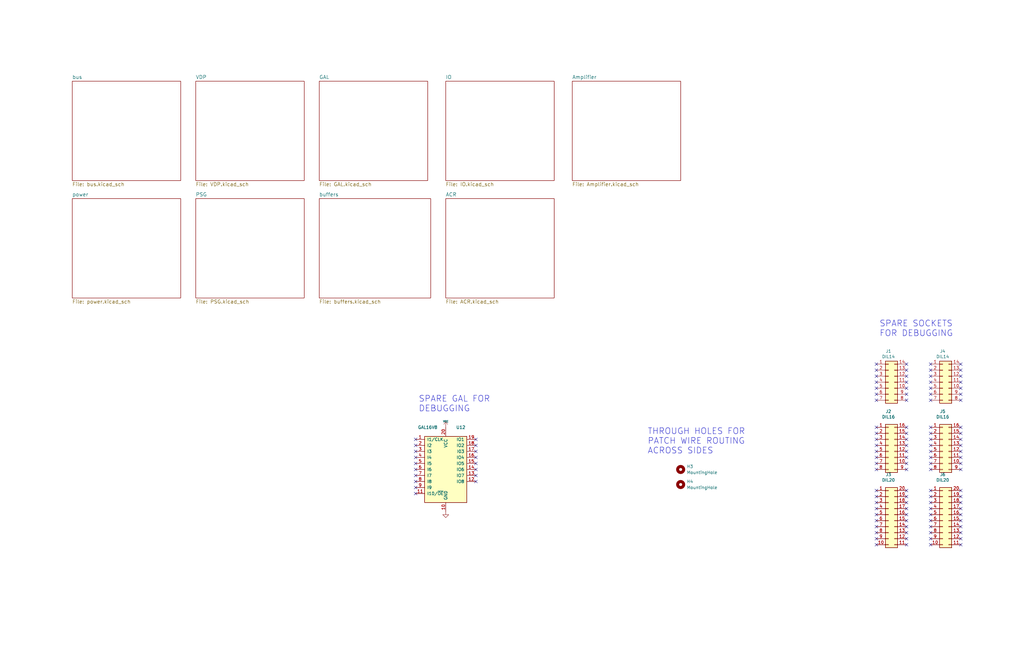
<source format=kicad_sch>
(kicad_sch (version 20211123) (generator eeschema)
  (paper "B")
  (lib_symbols
    (symbol "Connector_Generic:Conn_02x07_Counter_Clockwise" (pin_names (offset 1.016) hide)
      (property "Reference" "J" (at 1.27 10.16 0))
      (property "Value" "Conn_02x07_Counter_Clockwise" (at 1.27 -10.16 0))
      (symbol "Conn_02x07_Counter_Clockwise_1_1"
        (rectangle (start -1.27 -7.493) (end 0 -7.747) (stroke (width 0.1524)))
        (rectangle (start -1.27 -4.953) (end 0 -5.207) (stroke (width 0.1524)))
        (rectangle (start -1.27 -2.413) (end 0 -2.667) (stroke (width 0.1524)))
        (rectangle (start -1.27 0.127) (end 0 -0.127) (stroke (width 0.1524)))
        (rectangle (start -1.27 2.667) (end 0 2.413) (stroke (width 0.1524)))
        (rectangle (start -1.27 5.207) (end 0 4.953) (stroke (width 0.1524)))
        (rectangle (start -1.27 7.747) (end 0 7.493) (stroke (width 0.1524)))
        (rectangle (start -1.27 8.89) (end 3.81 -8.89) (stroke (width 0.254)) (fill (type background)))
        (rectangle (start 3.81 -7.493) (end 2.54 -7.747) (stroke (width 0.1524)))
        (rectangle (start 3.81 -4.953) (end 2.54 -5.207) (stroke (width 0.1524)))
        (rectangle (start 3.81 -2.413) (end 2.54 -2.667) (stroke (width 0.1524)))
        (rectangle (start 3.81 0.127) (end 2.54 -0.127) (stroke (width 0.1524)))
        (rectangle (start 3.81 2.667) (end 2.54 2.413) (stroke (width 0.1524)))
        (rectangle (start 3.81 5.207) (end 2.54 4.953) (stroke (width 0.1524)))
        (rectangle (start 3.81 7.747) (end 2.54 7.493) (stroke (width 0.1524)))
        (pin passive line (at -5.08 7.62 0) (length 3.81) (name "Pin_1") (number "1"))
        (pin passive line (at 7.62 -2.54 180) (length 3.81) (name "Pin_10") (number "10"))
        (pin passive line (at 7.62 0 180) (length 3.81) (name "Pin_11") (number "11"))
        (pin passive line (at 7.62 2.54 180) (length 3.81) (name "Pin_12") (number "12"))
        (pin passive line (at 7.62 5.08 180) (length 3.81) (name "Pin_13") (number "13"))
        (pin passive line (at 7.62 7.62 180) (length 3.81) (name "Pin_14") (number "14"))
        (pin passive line (at -5.08 5.08 0) (length 3.81) (name "Pin_2") (number "2"))
        (pin passive line (at -5.08 2.54 0) (length 3.81) (name "Pin_3") (number "3"))
        (pin passive line (at -5.08 0 0) (length 3.81) (name "Pin_4") (number "4"))
        (pin passive line (at -5.08 -2.54 0) (length 3.81) (name "Pin_5") (number "5"))
        (pin passive line (at -5.08 -5.08 0) (length 3.81) (name "Pin_6") (number "6"))
        (pin passive line (at -5.08 -7.62 0) (length 3.81) (name "Pin_7") (number "7"))
        (pin passive line (at 7.62 -7.62 180) (length 3.81) (name "Pin_8") (number "8"))
        (pin passive line (at 7.62 -5.08 180) (length 3.81) (name "Pin_9") (number "9"))
      )
    )
    (symbol "Connector_Generic:Conn_02x08_Counter_Clockwise" (pin_names (offset 1.016) hide)
      (property "Reference" "J" (at 1.27 10.16 0))
      (property "Value" "Conn_02x08_Counter_Clockwise" (at 1.27 -12.7 0))
      (symbol "Conn_02x08_Counter_Clockwise_1_1"
        (rectangle (start -1.27 -10.033) (end 0 -10.287) (stroke (width 0.1524)))
        (rectangle (start -1.27 -7.493) (end 0 -7.747) (stroke (width 0.1524)))
        (rectangle (start -1.27 -4.953) (end 0 -5.207) (stroke (width 0.1524)))
        (rectangle (start -1.27 -2.413) (end 0 -2.667) (stroke (width 0.1524)))
        (rectangle (start -1.27 0.127) (end 0 -0.127) (stroke (width 0.1524)))
        (rectangle (start -1.27 2.667) (end 0 2.413) (stroke (width 0.1524)))
        (rectangle (start -1.27 5.207) (end 0 4.953) (stroke (width 0.1524)))
        (rectangle (start -1.27 7.747) (end 0 7.493) (stroke (width 0.1524)))
        (rectangle (start -1.27 8.89) (end 3.81 -11.43) (stroke (width 0.254)) (fill (type background)))
        (rectangle (start 3.81 -10.033) (end 2.54 -10.287) (stroke (width 0.1524)))
        (rectangle (start 3.81 -7.493) (end 2.54 -7.747) (stroke (width 0.1524)))
        (rectangle (start 3.81 -4.953) (end 2.54 -5.207) (stroke (width 0.1524)))
        (rectangle (start 3.81 -2.413) (end 2.54 -2.667) (stroke (width 0.1524)))
        (rectangle (start 3.81 0.127) (end 2.54 -0.127) (stroke (width 0.1524)))
        (rectangle (start 3.81 2.667) (end 2.54 2.413) (stroke (width 0.1524)))
        (rectangle (start 3.81 5.207) (end 2.54 4.953) (stroke (width 0.1524)))
        (rectangle (start 3.81 7.747) (end 2.54 7.493) (stroke (width 0.1524)))
        (pin passive line (at -5.08 7.62 0) (length 3.81) (name "Pin_1") (number "1"))
        (pin passive line (at 7.62 -7.62 180) (length 3.81) (name "Pin_10") (number "10"))
        (pin passive line (at 7.62 -5.08 180) (length 3.81) (name "Pin_11") (number "11"))
        (pin passive line (at 7.62 -2.54 180) (length 3.81) (name "Pin_12") (number "12"))
        (pin passive line (at 7.62 0 180) (length 3.81) (name "Pin_13") (number "13"))
        (pin passive line (at 7.62 2.54 180) (length 3.81) (name "Pin_14") (number "14"))
        (pin passive line (at 7.62 5.08 180) (length 3.81) (name "Pin_15") (number "15"))
        (pin passive line (at 7.62 7.62 180) (length 3.81) (name "Pin_16") (number "16"))
        (pin passive line (at -5.08 5.08 0) (length 3.81) (name "Pin_2") (number "2"))
        (pin passive line (at -5.08 2.54 0) (length 3.81) (name "Pin_3") (number "3"))
        (pin passive line (at -5.08 0 0) (length 3.81) (name "Pin_4") (number "4"))
        (pin passive line (at -5.08 -2.54 0) (length 3.81) (name "Pin_5") (number "5"))
        (pin passive line (at -5.08 -5.08 0) (length 3.81) (name "Pin_6") (number "6"))
        (pin passive line (at -5.08 -7.62 0) (length 3.81) (name "Pin_7") (number "7"))
        (pin passive line (at -5.08 -10.16 0) (length 3.81) (name "Pin_8") (number "8"))
        (pin passive line (at 7.62 -10.16 180) (length 3.81) (name "Pin_9") (number "9"))
      )
    )
    (symbol "Connector_Generic:Conn_02x10_Counter_Clockwise" (pin_names (offset 1.016) hide)
      (property "Reference" "J" (at 1.27 12.7 0))
      (property "Value" "Conn_02x10_Counter_Clockwise" (at 1.27 -15.24 0))
      (symbol "Conn_02x10_Counter_Clockwise_1_1"
        (rectangle (start -1.27 -12.573) (end 0 -12.827) (stroke (width 0.1524)))
        (rectangle (start -1.27 -10.033) (end 0 -10.287) (stroke (width 0.1524)))
        (rectangle (start -1.27 -7.493) (end 0 -7.747) (stroke (width 0.1524)))
        (rectangle (start -1.27 -4.953) (end 0 -5.207) (stroke (width 0.1524)))
        (rectangle (start -1.27 -2.413) (end 0 -2.667) (stroke (width 0.1524)))
        (rectangle (start -1.27 0.127) (end 0 -0.127) (stroke (width 0.1524)))
        (rectangle (start -1.27 2.667) (end 0 2.413) (stroke (width 0.1524)))
        (rectangle (start -1.27 5.207) (end 0 4.953) (stroke (width 0.1524)))
        (rectangle (start -1.27 7.747) (end 0 7.493) (stroke (width 0.1524)))
        (rectangle (start -1.27 10.287) (end 0 10.033) (stroke (width 0.1524)))
        (rectangle (start -1.27 11.43) (end 3.81 -13.97) (stroke (width 0.254)) (fill (type background)))
        (rectangle (start 3.81 -12.573) (end 2.54 -12.827) (stroke (width 0.1524)))
        (rectangle (start 3.81 -10.033) (end 2.54 -10.287) (stroke (width 0.1524)))
        (rectangle (start 3.81 -7.493) (end 2.54 -7.747) (stroke (width 0.1524)))
        (rectangle (start 3.81 -4.953) (end 2.54 -5.207) (stroke (width 0.1524)))
        (rectangle (start 3.81 -2.413) (end 2.54 -2.667) (stroke (width 0.1524)))
        (rectangle (start 3.81 0.127) (end 2.54 -0.127) (stroke (width 0.1524)))
        (rectangle (start 3.81 2.667) (end 2.54 2.413) (stroke (width 0.1524)))
        (rectangle (start 3.81 5.207) (end 2.54 4.953) (stroke (width 0.1524)))
        (rectangle (start 3.81 7.747) (end 2.54 7.493) (stroke (width 0.1524)))
        (rectangle (start 3.81 10.287) (end 2.54 10.033) (stroke (width 0.1524)))
        (pin passive line (at -5.08 10.16 0) (length 3.81) (name "Pin_1") (number "1"))
        (pin passive line (at -5.08 -12.7 0) (length 3.81) (name "Pin_10") (number "10"))
        (pin passive line (at 7.62 -12.7 180) (length 3.81) (name "Pin_11") (number "11"))
        (pin passive line (at 7.62 -10.16 180) (length 3.81) (name "Pin_12") (number "12"))
        (pin passive line (at 7.62 -7.62 180) (length 3.81) (name "Pin_13") (number "13"))
        (pin passive line (at 7.62 -5.08 180) (length 3.81) (name "Pin_14") (number "14"))
        (pin passive line (at 7.62 -2.54 180) (length 3.81) (name "Pin_15") (number "15"))
        (pin passive line (at 7.62 0 180) (length 3.81) (name "Pin_16") (number "16"))
        (pin passive line (at 7.62 2.54 180) (length 3.81) (name "Pin_17") (number "17"))
        (pin passive line (at 7.62 5.08 180) (length 3.81) (name "Pin_18") (number "18"))
        (pin passive line (at 7.62 7.62 180) (length 3.81) (name "Pin_19") (number "19"))
        (pin passive line (at -5.08 7.62 0) (length 3.81) (name "Pin_2") (number "2"))
        (pin passive line (at 7.62 10.16 180) (length 3.81) (name "Pin_20") (number "20"))
        (pin passive line (at -5.08 5.08 0) (length 3.81) (name "Pin_3") (number "3"))
        (pin passive line (at -5.08 2.54 0) (length 3.81) (name "Pin_4") (number "4"))
        (pin passive line (at -5.08 0 0) (length 3.81) (name "Pin_5") (number "5"))
        (pin passive line (at -5.08 -2.54 0) (length 3.81) (name "Pin_6") (number "6"))
        (pin passive line (at -5.08 -5.08 0) (length 3.81) (name "Pin_7") (number "7"))
        (pin passive line (at -5.08 -7.62 0) (length 3.81) (name "Pin_8") (number "8"))
        (pin passive line (at -5.08 -10.16 0) (length 3.81) (name "Pin_9") (number "9"))
      )
    )
    (symbol "Logic_Programmable:GAL16V8" (pin_names (offset 1.016))
      (property "Reference" "U" (at -8.89 16.51 0))
      (property "Value" "GAL16V8" (at 1.27 16.51 0))
      (symbol "GAL16V8_0_0"
        (pin power_in line (at 0 -17.78 90) (length 3.81) (name "GND") (number "10"))
        (pin power_in line (at 0 17.78 270) (length 3.81) (name "VCC") (number "20"))
      )
      (symbol "GAL16V8_0_1"
        (rectangle (start -8.89 13.97) (end 8.89 -13.97) (stroke (width 0.254)) (fill (type background)))
      )
      (symbol "GAL16V8_1_1"
        (pin input line (at -12.7 12.7 0) (length 3.81) (name "I1/CLK") (number "1"))
        (pin input line (at -12.7 -10.16 0) (length 3.81) (name "I10/~{OE}") (number "11"))
        (pin tri_state line (at 12.7 -5.08 180) (length 3.81) (name "IO8") (number "12"))
        (pin tri_state line (at 12.7 -2.54 180) (length 3.81) (name "IO7") (number "13"))
        (pin tri_state line (at 12.7 0 180) (length 3.81) (name "IO6") (number "14"))
        (pin tri_state line (at 12.7 2.54 180) (length 3.81) (name "IO5") (number "15"))
        (pin tri_state line (at 12.7 5.08 180) (length 3.81) (name "IO4") (number "16"))
        (pin tri_state line (at 12.7 7.62 180) (length 3.81) (name "I03") (number "17"))
        (pin tri_state line (at 12.7 10.16 180) (length 3.81) (name "IO2") (number "18"))
        (pin tri_state line (at 12.7 12.7 180) (length 3.81) (name "IO1") (number "19"))
        (pin input line (at -12.7 10.16 0) (length 3.81) (name "I2") (number "2"))
        (pin input line (at -12.7 7.62 0) (length 3.81) (name "I3") (number "3"))
        (pin input line (at -12.7 5.08 0) (length 3.81) (name "I4") (number "4"))
        (pin input line (at -12.7 2.54 0) (length 3.81) (name "I5") (number "5"))
        (pin input line (at -12.7 0 0) (length 3.81) (name "I6") (number "6"))
        (pin input line (at -12.7 -2.54 0) (length 3.81) (name "I7") (number "7"))
        (pin input line (at -12.7 -5.08 0) (length 3.81) (name "I8") (number "8"))
        (pin input line (at -12.7 -7.62 0) (length 3.81) (name "I9") (number "9"))
      )
    )
    (symbol "Mechanical:MountingHole" (pin_names (offset 1.016))
      (property "Reference" "H" (at 0 5.08 0))
      (property "Value" "MountingHole" (at 0 3.175 0))
      (symbol "MountingHole_0_1"
        (circle (center 0 0) (radius 1.27) (stroke (width 1.27)))
      )
    )
    (symbol "power:GND" (power) (pin_names (offset 0))
      (property "Value" "GND" (at 0 -3.81 0))
      (symbol "GND_0_1"
        (polyline (pts (xy 0 0) (xy 0 -1.27) (xy 1.27 -1.27) (xy 0 -2.54) (xy -1.27 -1.27) (xy 0 -1.27)))
      )
      (symbol "GND_1_1"
        (pin power_in line (at 0 0 270) (length 0) hide (name "GND") (number "1"))
      )
    )
    (symbol "power:VCC" (power) (pin_names (offset 0))
      (property "Value" "VCC" (at 0 3.81 0))
      (symbol "VCC_0_1"
        (polyline (pts (xy -0.762 1.27) (xy 0 2.54)))
        (polyline (pts (xy 0 0) (xy 0 2.54)))
        (polyline (pts (xy 0 2.54) (xy 0.762 1.27)))
      )
      (symbol "VCC_1_1"
        (pin power_in line (at 0 0 90) (length 0) hide (name "VCC") (number "1"))
      )
    )
  )
  (no_connect (at 200.66 185.42))
  (no_connect (at 405.13 193.04))
  (no_connect (at 200.66 190.5))
  (no_connect (at 405.13 168.91))
  (no_connect (at 392.43 190.5))
  (no_connect (at 405.13 163.83))
  (no_connect (at 369.57 198.12))
  (no_connect (at 200.66 200.66))
  (no_connect (at 405.13 219.71))
  (no_connect (at 405.13 161.29))
  (no_connect (at 405.13 166.37))
  (no_connect (at 200.66 187.96))
  (no_connect (at 405.13 182.88))
  (no_connect (at 175.26 185.42))
  (no_connect (at 175.26 200.66))
  (no_connect (at 369.57 190.5))
  (no_connect (at 392.43 217.17))
  (no_connect (at 369.57 227.33))
  (no_connect (at 200.66 193.04))
  (no_connect (at 369.57 195.58))
  (no_connect (at 175.26 187.96))
  (no_connect (at 405.13 180.34))
  (no_connect (at 405.13 198.12))
  (no_connect (at 405.13 190.5))
  (no_connect (at 200.66 198.12))
  (no_connect (at 392.43 227.33))
  (no_connect (at 405.13 158.75))
  (no_connect (at 200.66 195.58))
  (no_connect (at 369.57 193.04))
  (no_connect (at 405.13 229.87))
  (no_connect (at 392.43 180.34))
  (no_connect (at 369.57 212.09))
  (no_connect (at 382.27 209.55))
  (no_connect (at 405.13 185.42))
  (no_connect (at 369.57 214.63))
  (no_connect (at 382.27 198.12))
  (no_connect (at 369.57 180.34))
  (no_connect (at 392.43 207.01))
  (no_connect (at 392.43 212.09))
  (no_connect (at 405.13 207.01))
  (no_connect (at 369.57 182.88))
  (no_connect (at 382.27 185.42))
  (no_connect (at 175.26 205.74))
  (no_connect (at 392.43 158.75))
  (no_connect (at 175.26 198.12))
  (no_connect (at 369.57 209.55))
  (no_connect (at 369.57 168.91))
  (no_connect (at 405.13 224.79))
  (no_connect (at 392.43 185.42))
  (no_connect (at 382.27 161.29))
  (no_connect (at 369.57 158.75))
  (no_connect (at 405.13 217.17))
  (no_connect (at 382.27 229.87))
  (no_connect (at 405.13 212.09))
  (no_connect (at 392.43 193.04))
  (no_connect (at 382.27 180.34))
  (no_connect (at 369.57 219.71))
  (no_connect (at 405.13 195.58))
  (no_connect (at 382.27 163.83))
  (no_connect (at 405.13 209.55))
  (no_connect (at 382.27 166.37))
  (no_connect (at 382.27 190.5))
  (no_connect (at 392.43 187.96))
  (no_connect (at 382.27 227.33))
  (no_connect (at 392.43 198.12))
  (no_connect (at 405.13 214.63))
  (no_connect (at 382.27 156.21))
  (no_connect (at 382.27 224.79))
  (no_connect (at 392.43 222.25))
  (no_connect (at 405.13 156.21))
  (no_connect (at 369.57 224.79))
  (no_connect (at 369.57 161.29))
  (no_connect (at 175.26 195.58))
  (no_connect (at 382.27 153.67))
  (no_connect (at 369.57 222.25))
  (no_connect (at 369.57 153.67))
  (no_connect (at 392.43 224.79))
  (no_connect (at 392.43 182.88))
  (no_connect (at 392.43 219.71))
  (no_connect (at 405.13 222.25))
  (no_connect (at 369.57 156.21))
  (no_connect (at 382.27 212.09))
  (no_connect (at 392.43 214.63))
  (no_connect (at 382.27 193.04))
  (no_connect (at 382.27 158.75))
  (no_connect (at 392.43 168.91))
  (no_connect (at 392.43 161.29))
  (no_connect (at 382.27 217.17))
  (no_connect (at 382.27 195.58))
  (no_connect (at 369.57 185.42))
  (no_connect (at 392.43 163.83))
  (no_connect (at 369.57 166.37))
  (no_connect (at 405.13 187.96))
  (no_connect (at 392.43 153.67))
  (no_connect (at 175.26 208.28))
  (no_connect (at 175.26 190.5))
  (no_connect (at 175.26 193.04))
  (no_connect (at 382.27 187.96))
  (no_connect (at 382.27 168.91))
  (no_connect (at 392.43 166.37))
  (no_connect (at 382.27 182.88))
  (no_connect (at 392.43 156.21))
  (no_connect (at 200.66 203.2))
  (no_connect (at 382.27 222.25))
  (no_connect (at 369.57 163.83))
  (no_connect (at 392.43 229.87))
  (no_connect (at 369.57 217.17))
  (no_connect (at 175.26 203.2))
  (no_connect (at 392.43 209.55))
  (no_connect (at 382.27 214.63))
  (no_connect (at 369.57 207.01))
  (no_connect (at 405.13 153.67))
  (no_connect (at 369.57 187.96))
  (no_connect (at 382.27 219.71))
  (no_connect (at 392.43 195.58))
  (no_connect (at 369.57 229.87))
  (no_connect (at 405.13 227.33))
  (no_connect (at 382.27 207.01))
  (text "THROUGH HOLES FOR\nPATCH WIRE ROUTING\nACROSS SIDES" (at 273.05 191.77 0) (effects (font (size 2.54 2.54)) (justify left bottom)))
  (text "SPARE SOCKETS\nFOR DEBUGGING" (at 370.84 142.24 0) (effects (font (size 2.54 2.54)) (justify left bottom)))
  (text "SPARE GAL FOR\nDEBUGGING" (at 176.53 173.99 0) (effects (font (size 2.54 2.54)) (justify left bottom)))
  (symbol (lib_id "Connector_Generic:Conn_02x07_Counter_Clockwise") (at 374.65 161.29 0) (unit 1)
    (property "Reference" "J1" (at 374.65 148.209 0))
    (property "Value" "DIL14" (at 374.65 150.5204 0))
    (property "Footprint" "Package_DIP:DIP-14_W7.62mm" (effects hide))
  )
  (symbol (lib_id "Connector_Generic:Conn_02x08_Counter_Clockwise") (at 374.65 187.96 0) (unit 1)
    (property "Reference" "J2" (at 374.65 173.609 0))
    (property "Value" "DIL16" (at 374.65 175.9204 0))
    (property "Footprint" "Package_DIP:DIP-16_W7.62mm" (effects hide))
  )
  (symbol (lib_id "Connector_Generic:Conn_02x10_Counter_Clockwise") (at 374.65 217.17 0) (unit 1)
    (property "Reference" "J3" (at 374.65 200.279 0))
    (property "Value" "DIL20" (at 374.65 202.5904 0))
    (property "Footprint" "Package_DIP:DIP-20_W7.62mm" (effects hide))
  )
  (symbol (lib_id "Connector_Generic:Conn_02x07_Counter_Clockwise") (at 397.51 161.29 0) (unit 1)
    (property "Reference" "J4" (at 397.51 148.209 0))
    (property "Value" "DIL14" (at 397.51 150.5204 0))
    (property "Footprint" "Package_DIP:DIP-14_W7.62mm" (effects hide))
  )
  (symbol (lib_id "Connector_Generic:Conn_02x08_Counter_Clockwise") (at 397.51 187.96 0) (unit 1)
    (property "Reference" "J5" (at 397.51 173.609 0))
    (property "Value" "DIL16" (at 397.51 175.9204 0))
    (property "Footprint" "Package_DIP:DIP-16_W7.62mm" (effects hide))
  )
  (symbol (lib_id "Connector_Generic:Conn_02x10_Counter_Clockwise") (at 397.51 217.17 0) (unit 1)
    (property "Reference" "J6" (at 397.51 200.279 0))
    (property "Value" "DIL20" (at 397.51 202.5904 0))
    (property "Footprint" "Package_DIP:DIP-20_W7.62mm" (effects hide))
  )
  (symbol (lib_id "Logic_Programmable:GAL16V8") (at 187.96 198.12 0) (unit 1)
    (property "Reference" "U12" (at 194.31 180.34 0))
    (property "Value" "GAL16V8" (at 180.34 180.34 0))
    (property "Footprint" "Package_DIP:DIP-20_W7.62mm" (effects hide))
  )
  (symbol (lib_id "Mechanical:MountingHole") (at 287.02 198.12 0) (unit 1)
    (property "Reference" "H3" (at 289.56 196.8499 0) (effects (justify left)))
    (property "Value" "MountingHole" (at 289.56 199.3899 0) (effects (justify left)))
    (property "Footprint" "MountingHole:MountingHole_2.1mm" (effects hide))
  )
  (symbol (lib_id "Mechanical:MountingHole") (at 287.02 204.47 0) (unit 1)
    (property "Reference" "H4" (at 289.56 203.1999 0) (effects (justify left)))
    (property "Value" "MountingHole" (at 289.56 205.7399 0) (effects (justify left)))
    (property "Footprint" "MountingHole:MountingHole_2.1mm" (effects hide))
  )
  (symbol (lib_id "power:GND") (at 187.96 215.9 0) (unit 1)
    (property "Reference" "#PWR036" (effects hide))
    (property "Value" "GND" (effects hide))
  )
  (symbol (lib_id "power:VCC") (at 187.96 180.34 0) (unit 1)
    (property "Reference" "#PWR035" (effects hide))
    (property "Value" "VCC" (at 187.96 177.8 0) (effects (font (size 0.762 0.762))))
  )
  (sheet (at 134.62 34.29) (size 45.72 41.91)
    (property "Sheet name" "GAL" (at 134.62 33.4514 0) (effects (font (size 1.524 1.524)) (justify left bottom)))
    (property "Sheet file" "GAL.kicad_sch" (at 134.62 76.8862 0) (effects (font (size 1.524 1.524)) (justify left top)))
  )
  (sheet (at 134.62 83.82) (size 46.99 41.91)
    (property "Sheet name" "buffers" (at 134.62 82.9814 0) (effects (font (size 1.524 1.524)) (justify left bottom)))
    (property "Sheet file" "buffers.kicad_sch" (at 134.62 126.4162 0) (effects (font (size 1.524 1.524)) (justify left top)))
  )
  (sheet (at 30.48 34.29) (size 45.72 41.91)
    (property "Sheet name" "bus" (at 30.48 33.4514 0) (effects (font (size 1.524 1.524)) (justify left bottom)))
    (property "Sheet file" "bus.kicad_sch" (at 30.48 76.8862 0) (effects (font (size 1.524 1.524)) (justify left top)))
  )
  (sheet (at 30.48 83.82) (size 45.72 41.91)
    (property "Sheet name" "power" (at 30.48 82.9814 0) (effects (font (size 1.524 1.524)) (justify left bottom)))
    (property "Sheet file" "power.kicad_sch" (at 30.48 126.4162 0) (effects (font (size 1.524 1.524)) (justify left top)))
  )
  (sheet (at 82.55 34.29) (size 45.72 41.91)
    (property "Sheet name" "VDP" (at 82.55 33.4514 0) (effects (font (size 1.524 1.524)) (justify left bottom)))
    (property "Sheet file" "VDP.kicad_sch" (at 82.55 76.8862 0) (effects (font (size 1.524 1.524)) (justify left top)))
  )
  (sheet (at 82.55 83.82) (size 45.72 41.91)
    (property "Sheet name" "PSG" (at 82.55 82.9814 0) (effects (font (size 1.524 1.524)) (justify left bottom)))
    (property "Sheet file" "PSG.kicad_sch" (at 82.55 126.4162 0) (effects (font (size 1.524 1.524)) (justify left top)))
  )
  (sheet (at 241.3 34.29) (size 45.72 41.91)
    (property "Sheet name" "Amplifier" (at 241.3 33.4514 0) (effects (font (size 1.524 1.524)) (justify left bottom)))
    (property "Sheet file" "Amplifier.kicad_sch" (at 241.3 76.8862 0) (effects (font (size 1.524 1.524)) (justify left top)))
  )
  (sheet (at 187.96 83.82) (size 45.72 41.91)
    (property "Sheet name" "ACR" (at 187.96 82.9814 0) (effects (font (size 1.524 1.524)) (justify left bottom)))
    (property "Sheet file" "ACR.kicad_sch" (at 187.96 126.4162 0) (effects (font (size 1.524 1.524)) (justify left top)))
  )
  (sheet (at 187.96 34.29) (size 45.72 41.91)
    (property "Sheet name" "IO" (at 187.96 33.4514 0) (effects (font (size 1.524 1.524)) (justify left bottom)))
    (property "Sheet file" "IO.kicad_sch" (at 187.96 76.8862 0) (effects (font (size 1.524 1.524)) (justify left top)))
  )
)
</source>
